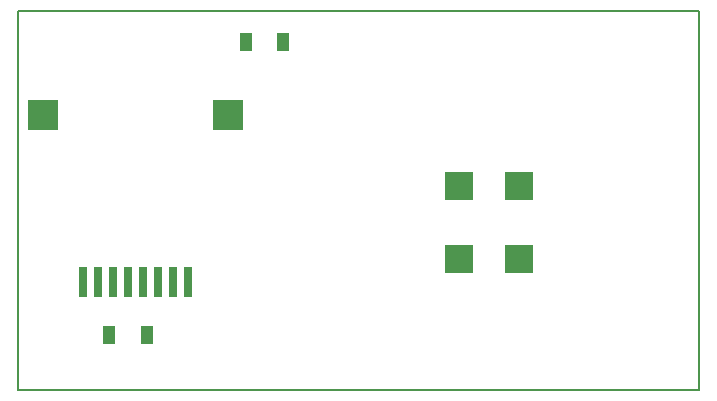
<source format=gbr>
G04 PROTEUS GERBER X2 FILE*
%TF.GenerationSoftware,Labcenter,Proteus,8.15-SP1-Build34318*%
%TF.CreationDate,2024-05-26T10:12:06+00:00*%
%TF.FileFunction,Paste,Bot*%
%TF.FilePolarity,Positive*%
%TF.Part,Single*%
%TF.SameCoordinates,{c1c5c1e2-d9f3-4829-891e-9e67f3fcbee4}*%
%FSLAX45Y45*%
%MOMM*%
G01*
%TA.AperFunction,Material*%
%ADD46R,0.762000X2.540000*%
%ADD47R,2.540000X2.540000*%
%TA.AperFunction,Material*%
%ADD54R,2.438400X2.362200*%
%ADD55R,1.016000X1.524000*%
%TA.AperFunction,Profile*%
%ADD23C,0.203200*%
%TD.AperFunction*%
D46*
X-3423257Y-417813D03*
X-3550257Y-417813D03*
X-3677257Y-417813D03*
X-3804257Y-417813D03*
X-3931257Y-417813D03*
X-4058257Y-417813D03*
X-4185257Y-417813D03*
X-4312257Y-417813D03*
D47*
X-4649257Y+999187D03*
X-3079257Y+999187D03*
D54*
X-619760Y-223520D03*
X-619760Y+396480D03*
X-1130300Y-220980D03*
X-1130300Y+399020D03*
D55*
X-2932430Y+1620012D03*
X-2617470Y+1620012D03*
X-3772916Y-866648D03*
X-4087876Y-866648D03*
D23*
X-4859022Y-1330960D02*
X+902970Y-1330960D01*
X+902970Y+1882140D01*
X-4859022Y+1882140D01*
X-4859022Y-1330960D01*
M02*

</source>
